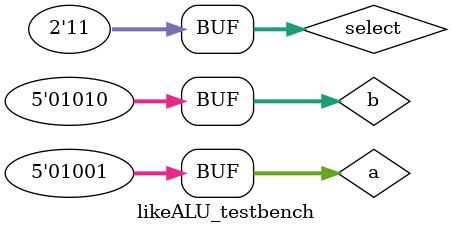
<source format=v>
`define DELAY 20
module likeALU_testbench(); 
reg[4:0] a, b;
reg[1:0] select;
wire[4:0] result;

likeALU fooA(result, a, b, select);

initial begin
a = 5'b01010; b = 5'b10101; select = 2'b00;
#`DELAY;
a = 5'b00101; b = 5'b11110; select = 2'b01;
#`DELAY;
a = 5'b01011; b = 5'b10100; select = 2'b10;
#`DELAY;
a = 5'b01001; b = 5'b01010; select = 2'b11;
#`DELAY;
end
 
 
initial
begin
$monitor("time = %2d, a =%5b, b=%5b, select = %2b, result=%5b", $time, a, b, select, result);
end
 
endmodule
</source>
